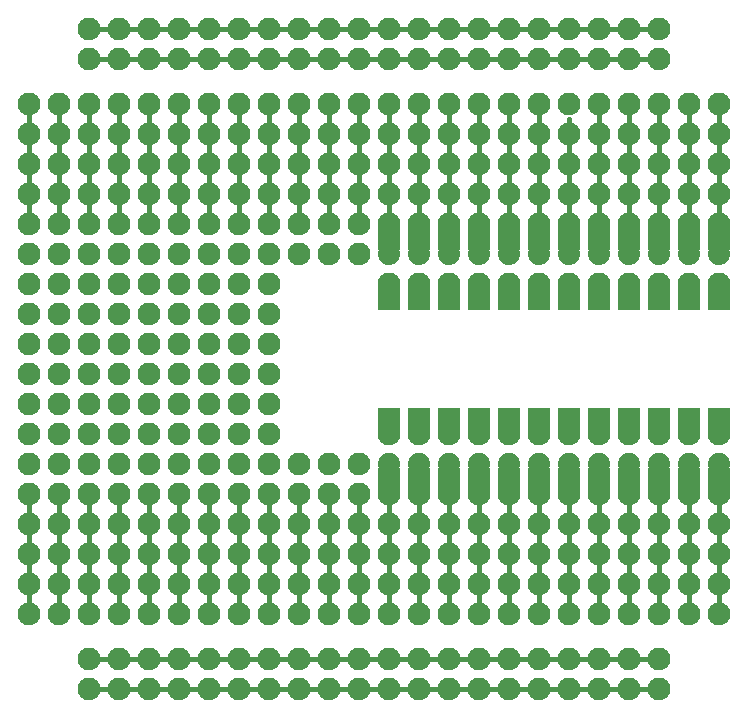
<source format=gbl>
G75*
%MOIN*%
%OFA0B0*%
%FSLAX25Y25*%
%IPPOS*%
%LPD*%
%AMOC8*
5,1,8,0,0,1.08239X$1,22.5*
%
%ADD10C,0.07400*%
%ADD11C,0.07600*%
%ADD12C,0.01600*%
%ADD13R,0.07600X0.07600*%
D10*
X0131167Y0086000D03*
X0141167Y0086000D03*
X0151167Y0086000D03*
X0161167Y0086000D03*
X0171167Y0086000D03*
X0181167Y0086000D03*
X0191167Y0086000D03*
X0201167Y0086000D03*
X0211167Y0086000D03*
X0221167Y0086000D03*
X0231167Y0086000D03*
X0241167Y0086000D03*
X0241167Y0156000D03*
X0231167Y0156000D03*
X0221167Y0156000D03*
X0211167Y0156000D03*
X0201167Y0156000D03*
X0191167Y0156000D03*
X0181167Y0156000D03*
X0171167Y0156000D03*
X0161167Y0156000D03*
X0151167Y0156000D03*
X0141167Y0156000D03*
X0131167Y0156000D03*
D11*
X0031167Y0011000D03*
X0041167Y0011000D03*
X0051167Y0011000D03*
X0061167Y0011000D03*
X0071167Y0011000D03*
X0081167Y0011000D03*
X0091167Y0011000D03*
X0101167Y0011000D03*
X0111167Y0011000D03*
X0121167Y0011000D03*
X0131167Y0011000D03*
X0141167Y0011000D03*
X0151167Y0011000D03*
X0161167Y0011000D03*
X0171167Y0011000D03*
X0181167Y0011000D03*
X0191167Y0011000D03*
X0201167Y0011000D03*
X0211167Y0011000D03*
X0221167Y0011000D03*
X0221167Y0021000D03*
X0211167Y0021000D03*
X0201167Y0021000D03*
X0191167Y0021000D03*
X0181167Y0021000D03*
X0171167Y0021000D03*
X0161167Y0021000D03*
X0151167Y0021000D03*
X0141167Y0021000D03*
X0131167Y0021000D03*
X0121167Y0021000D03*
X0111167Y0021000D03*
X0101167Y0021000D03*
X0091167Y0021000D03*
X0081167Y0021000D03*
X0071167Y0021000D03*
X0061167Y0021000D03*
X0051167Y0021000D03*
X0041167Y0021000D03*
X0031167Y0021000D03*
X0031167Y0036000D03*
X0021167Y0036000D03*
X0011167Y0036000D03*
X0011167Y0046000D03*
X0021167Y0046000D03*
X0031167Y0046000D03*
X0041167Y0046000D03*
X0051167Y0046000D03*
X0061167Y0046000D03*
X0071167Y0046000D03*
X0081167Y0046000D03*
X0091167Y0046000D03*
X0101167Y0046000D03*
X0111167Y0046000D03*
X0121167Y0046000D03*
X0131167Y0046000D03*
X0141167Y0046000D03*
X0151167Y0046000D03*
X0161167Y0046000D03*
X0171167Y0046000D03*
X0181167Y0046000D03*
X0191167Y0046000D03*
X0201167Y0046000D03*
X0211167Y0046000D03*
X0221167Y0046000D03*
X0231167Y0046000D03*
X0241167Y0046000D03*
X0241167Y0056000D03*
X0241167Y0066000D03*
X0241167Y0076000D03*
X0231167Y0076000D03*
X0221167Y0076000D03*
X0221167Y0066000D03*
X0231167Y0066000D03*
X0231167Y0056000D03*
X0221167Y0056000D03*
X0211167Y0056000D03*
X0211167Y0066000D03*
X0211167Y0076000D03*
X0201167Y0076000D03*
X0201167Y0066000D03*
X0201167Y0056000D03*
X0191167Y0056000D03*
X0191167Y0066000D03*
X0191167Y0076000D03*
X0181167Y0076000D03*
X0181167Y0076000D03*
X0171167Y0076000D03*
X0171167Y0066000D03*
X0181167Y0066000D03*
X0181167Y0056000D03*
X0171167Y0056000D03*
X0161167Y0056000D03*
X0161167Y0066000D03*
X0161167Y0076000D03*
X0151167Y0076000D03*
X0151167Y0066000D03*
X0151167Y0056000D03*
X0141167Y0056000D03*
X0141167Y0066000D03*
X0141167Y0076000D03*
X0131167Y0076000D03*
X0121167Y0076000D03*
X0121167Y0066000D03*
X0131167Y0066000D03*
X0131167Y0056000D03*
X0121167Y0056000D03*
X0111167Y0056000D03*
X0111167Y0066000D03*
X0111167Y0076000D03*
X0111167Y0086000D03*
X0121167Y0086000D03*
X0131167Y0096000D03*
X0141167Y0096000D03*
X0151167Y0096000D03*
X0161167Y0096000D03*
X0171167Y0096000D03*
X0181167Y0096000D03*
X0191167Y0096000D03*
X0201167Y0096000D03*
X0211167Y0096000D03*
X0221167Y0096000D03*
X0231167Y0096000D03*
X0241167Y0096000D03*
X0241167Y0146000D03*
X0231167Y0146000D03*
X0221167Y0146000D03*
X0211167Y0146000D03*
X0201167Y0146000D03*
X0191167Y0146000D03*
X0181167Y0146000D03*
X0171167Y0146000D03*
X0161167Y0146000D03*
X0151167Y0146000D03*
X0141167Y0146000D03*
X0131167Y0146000D03*
X0121167Y0156000D03*
X0121167Y0166000D03*
X0131167Y0166000D03*
X0141167Y0166000D03*
X0151167Y0166000D03*
X0161167Y0166000D03*
X0171167Y0166000D03*
X0181167Y0166000D03*
X0191167Y0166000D03*
X0201167Y0166000D03*
X0211167Y0166000D03*
X0221167Y0166000D03*
X0231167Y0166000D03*
X0241167Y0166000D03*
X0241167Y0176000D03*
X0241167Y0186000D03*
X0231167Y0186000D03*
X0221167Y0186000D03*
X0221167Y0176000D03*
X0231167Y0176000D03*
X0211167Y0176000D03*
X0211167Y0186000D03*
X0201167Y0186000D03*
X0201167Y0176000D03*
X0191167Y0176000D03*
X0191167Y0186000D03*
X0181167Y0186000D03*
X0171167Y0186000D03*
X0171167Y0176000D03*
X0181167Y0176000D03*
X0161167Y0176000D03*
X0161167Y0186000D03*
X0151167Y0186000D03*
X0151167Y0176000D03*
X0141167Y0176000D03*
X0141167Y0186000D03*
X0131167Y0186000D03*
X0121167Y0186000D03*
X0121167Y0176000D03*
X0131167Y0176000D03*
X0111167Y0176000D03*
X0111167Y0166000D03*
X0111167Y0156000D03*
X0101167Y0156000D03*
X0101167Y0166000D03*
X0101167Y0176000D03*
X0101167Y0186000D03*
X0111167Y0186000D03*
X0111167Y0196000D03*
X0121167Y0196000D03*
X0131167Y0196000D03*
X0141167Y0196000D03*
X0151167Y0196000D03*
X0161167Y0196000D03*
X0171167Y0196000D03*
X0181167Y0196000D03*
X0191167Y0196000D03*
X0201167Y0196000D03*
X0211167Y0196000D03*
X0221167Y0196000D03*
X0231167Y0196000D03*
X0241167Y0196000D03*
X0241167Y0206000D03*
X0231167Y0206000D03*
X0221167Y0206000D03*
X0211167Y0206000D03*
X0201167Y0206000D03*
X0191167Y0206000D03*
X0181167Y0206000D03*
X0171167Y0206000D03*
X0161167Y0206000D03*
X0151167Y0206000D03*
X0141167Y0206000D03*
X0131167Y0206000D03*
X0121167Y0206000D03*
X0111167Y0206000D03*
X0101167Y0206000D03*
X0101167Y0196000D03*
X0091167Y0196000D03*
X0091167Y0206000D03*
X0081167Y0206000D03*
X0071167Y0206000D03*
X0071167Y0196000D03*
X0081167Y0196000D03*
X0081167Y0186000D03*
X0071167Y0186000D03*
X0071167Y0176000D03*
X0081167Y0176000D03*
X0091167Y0176000D03*
X0091167Y0166000D03*
X0091167Y0156000D03*
X0091167Y0146000D03*
X0091167Y0136000D03*
X0091167Y0126000D03*
X0081167Y0126000D03*
X0071167Y0126000D03*
X0071167Y0136000D03*
X0081167Y0136000D03*
X0081167Y0146000D03*
X0071167Y0146000D03*
X0071167Y0156000D03*
X0081167Y0156000D03*
X0081167Y0166000D03*
X0071167Y0166000D03*
X0061167Y0166000D03*
X0061167Y0156000D03*
X0061167Y0146000D03*
X0061167Y0136000D03*
X0061167Y0126000D03*
X0051167Y0126000D03*
X0051167Y0136000D03*
X0051167Y0146000D03*
X0051167Y0156000D03*
X0051167Y0166000D03*
X0051167Y0176000D03*
X0061167Y0176000D03*
X0061167Y0186000D03*
X0051167Y0186000D03*
X0041167Y0186000D03*
X0041167Y0176000D03*
X0041167Y0166000D03*
X0041167Y0156000D03*
X0041167Y0146000D03*
X0041167Y0136000D03*
X0041167Y0126000D03*
X0031167Y0126000D03*
X0021167Y0126000D03*
X0021167Y0136000D03*
X0031167Y0136000D03*
X0031167Y0146000D03*
X0021167Y0146000D03*
X0021167Y0156000D03*
X0031167Y0156000D03*
X0031167Y0166000D03*
X0021167Y0166000D03*
X0021167Y0176000D03*
X0031167Y0176000D03*
X0031167Y0186000D03*
X0021167Y0186000D03*
X0011167Y0186000D03*
X0011167Y0176000D03*
X0011167Y0166000D03*
X0011167Y0156000D03*
X0011167Y0146000D03*
X0011167Y0136000D03*
X0011167Y0126000D03*
X0011167Y0116000D03*
X0021167Y0116000D03*
X0031167Y0116000D03*
X0041167Y0116000D03*
X0051167Y0116000D03*
X0061167Y0116000D03*
X0071167Y0116000D03*
X0081167Y0116000D03*
X0091167Y0116000D03*
X0091167Y0106000D03*
X0091167Y0096000D03*
X0091167Y0086000D03*
X0101167Y0086000D03*
X0101167Y0076000D03*
X0101167Y0066000D03*
X0101167Y0056000D03*
X0091167Y0056000D03*
X0091167Y0066000D03*
X0091167Y0076000D03*
X0081167Y0076000D03*
X0071167Y0076000D03*
X0071167Y0066000D03*
X0081167Y0066000D03*
X0081167Y0056000D03*
X0071167Y0056000D03*
X0061167Y0056000D03*
X0061167Y0066000D03*
X0061167Y0076000D03*
X0061167Y0086000D03*
X0071167Y0086000D03*
X0081167Y0086000D03*
X0081167Y0096000D03*
X0071167Y0096000D03*
X0071167Y0106000D03*
X0081167Y0106000D03*
X0061167Y0106000D03*
X0061167Y0096000D03*
X0051167Y0096000D03*
X0051167Y0086000D03*
X0051167Y0076000D03*
X0051167Y0066000D03*
X0051167Y0056000D03*
X0041167Y0056000D03*
X0041167Y0066000D03*
X0041167Y0076000D03*
X0041167Y0086000D03*
X0041167Y0096000D03*
X0041167Y0106000D03*
X0051167Y0106000D03*
X0031167Y0106000D03*
X0021167Y0106000D03*
X0021167Y0096000D03*
X0031167Y0096000D03*
X0031167Y0086000D03*
X0021167Y0086000D03*
X0021167Y0076000D03*
X0031167Y0076000D03*
X0031167Y0066000D03*
X0021167Y0066000D03*
X0021167Y0056000D03*
X0031167Y0056000D03*
X0011167Y0056000D03*
X0011167Y0066000D03*
X0011167Y0076000D03*
X0011167Y0086000D03*
X0011167Y0096000D03*
X0011167Y0106000D03*
X0041167Y0036000D03*
X0051167Y0036000D03*
X0061167Y0036000D03*
X0071167Y0036000D03*
X0081167Y0036000D03*
X0091167Y0036000D03*
X0101167Y0036000D03*
X0111167Y0036000D03*
X0121167Y0036000D03*
X0131167Y0036000D03*
X0141167Y0036000D03*
X0151167Y0036000D03*
X0161167Y0036000D03*
X0171167Y0036000D03*
X0181167Y0036000D03*
X0191167Y0036000D03*
X0201167Y0036000D03*
X0211167Y0036000D03*
X0221167Y0036000D03*
X0231167Y0036000D03*
X0241167Y0036000D03*
X0091167Y0186000D03*
X0061167Y0196000D03*
X0061167Y0206000D03*
X0051167Y0206000D03*
X0051167Y0196000D03*
X0041167Y0196000D03*
X0041167Y0206000D03*
X0031167Y0206000D03*
X0021167Y0206000D03*
X0021167Y0196000D03*
X0031167Y0196000D03*
X0011167Y0196000D03*
X0011167Y0206000D03*
X0031167Y0221000D03*
X0041167Y0221000D03*
X0051167Y0221000D03*
X0061167Y0221000D03*
X0071167Y0221000D03*
X0081167Y0221000D03*
X0091167Y0221000D03*
X0101167Y0221000D03*
X0111167Y0221000D03*
X0121167Y0221000D03*
X0131167Y0221000D03*
X0141167Y0221000D03*
X0151167Y0221000D03*
X0161167Y0221000D03*
X0171167Y0221000D03*
X0181167Y0221000D03*
X0191167Y0221000D03*
X0201167Y0221000D03*
X0211167Y0221000D03*
X0221167Y0221000D03*
X0221167Y0231000D03*
X0211167Y0231000D03*
X0201167Y0231000D03*
X0191167Y0231000D03*
X0181167Y0231000D03*
X0171167Y0231000D03*
X0161167Y0231000D03*
X0151167Y0231000D03*
X0141167Y0231000D03*
X0131167Y0231000D03*
X0121167Y0231000D03*
X0111167Y0231000D03*
X0101167Y0231000D03*
X0091167Y0231000D03*
X0081167Y0231000D03*
X0071167Y0231000D03*
X0061167Y0231000D03*
X0051167Y0231000D03*
X0041167Y0231000D03*
X0031167Y0231000D03*
D12*
X0041167Y0231000D01*
X0051167Y0231000D01*
X0061167Y0231000D01*
X0071167Y0231000D01*
X0081167Y0231000D01*
X0091167Y0231000D01*
X0101167Y0231000D01*
X0111167Y0231000D01*
X0121167Y0231000D01*
X0131167Y0231000D01*
X0141167Y0231000D01*
X0151167Y0231000D01*
X0171167Y0231000D01*
X0181167Y0231000D01*
X0191167Y0231000D01*
X0201167Y0231000D01*
X0211167Y0231000D01*
X0221167Y0231000D01*
X0221167Y0221000D02*
X0211167Y0221000D01*
X0201167Y0221000D01*
X0191167Y0221000D01*
X0181167Y0221000D01*
X0171167Y0221000D01*
X0161167Y0221000D01*
X0151167Y0221000D01*
X0141167Y0221000D01*
X0131167Y0221000D01*
X0121167Y0221000D01*
X0111167Y0221000D01*
X0101167Y0221000D01*
X0091167Y0221000D01*
X0081167Y0221000D01*
X0071167Y0221000D01*
X0061167Y0221000D01*
X0051167Y0221000D01*
X0041167Y0221000D01*
X0031167Y0221000D01*
X0031167Y0206000D02*
X0031167Y0196000D01*
X0031167Y0186000D01*
X0031167Y0176000D01*
X0031167Y0166000D01*
X0021167Y0166000D02*
X0021167Y0176000D01*
X0021167Y0186000D01*
X0021167Y0196000D01*
X0021167Y0206000D01*
X0011167Y0206000D02*
X0011167Y0196000D01*
X0011167Y0186000D01*
X0011167Y0176000D01*
X0011167Y0166000D01*
X0041167Y0166000D02*
X0041167Y0176000D01*
X0041167Y0186000D01*
X0041167Y0196000D01*
X0041167Y0206000D01*
X0051167Y0206000D02*
X0051167Y0196000D01*
X0051167Y0186000D01*
X0051167Y0176000D01*
X0051167Y0166000D01*
X0061167Y0166000D02*
X0061167Y0176000D01*
X0061167Y0186000D01*
X0061167Y0206000D01*
X0071167Y0206000D02*
X0071167Y0196000D01*
X0071167Y0186000D01*
X0071167Y0176000D01*
X0071167Y0166000D01*
X0081167Y0166000D02*
X0081167Y0176000D01*
X0081167Y0186000D01*
X0081167Y0196000D01*
X0081167Y0206000D01*
X0091167Y0206000D02*
X0091167Y0196000D01*
X0091167Y0186000D01*
X0091167Y0176000D01*
X0091167Y0166000D01*
X0101167Y0166000D02*
X0101167Y0176000D01*
X0101167Y0186000D01*
X0101167Y0196000D01*
X0101167Y0206000D01*
X0111167Y0206000D02*
X0111167Y0196000D01*
X0111167Y0186000D01*
X0111167Y0176000D01*
X0111167Y0166000D01*
X0121167Y0166000D02*
X0121167Y0176000D01*
X0121167Y0186000D01*
X0121167Y0206000D01*
X0131167Y0206000D02*
X0131167Y0196000D01*
X0131167Y0186000D01*
X0131167Y0176000D01*
X0131167Y0166000D01*
X0141167Y0166000D02*
X0141167Y0176000D01*
X0141167Y0186000D01*
X0141167Y0196000D01*
X0141167Y0206000D01*
X0151167Y0206000D02*
X0151167Y0196000D01*
X0151167Y0186000D01*
X0151167Y0176000D01*
X0151167Y0166000D01*
X0161167Y0166000D02*
X0161167Y0176000D01*
X0161167Y0186000D01*
X0161167Y0196000D01*
X0161167Y0206000D01*
X0171167Y0206000D02*
X0171167Y0196000D01*
X0171167Y0186000D01*
X0171167Y0176000D01*
X0171167Y0166000D01*
X0181167Y0166000D02*
X0181167Y0186000D01*
X0181167Y0196000D01*
X0181167Y0206000D01*
X0191167Y0201000D02*
X0191167Y0196000D01*
X0191167Y0186000D01*
X0191167Y0176000D01*
X0191167Y0166000D01*
X0201167Y0166000D02*
X0201167Y0176000D01*
X0201167Y0186000D01*
X0201167Y0196000D01*
X0201167Y0206000D01*
X0211167Y0206000D02*
X0211167Y0196000D01*
X0211167Y0186000D01*
X0211167Y0176000D01*
X0211167Y0166000D01*
X0221167Y0166000D02*
X0221167Y0176000D01*
X0221167Y0186000D01*
X0221167Y0196000D01*
X0221167Y0206000D01*
X0231167Y0206000D02*
X0231167Y0196000D01*
X0231167Y0186000D01*
X0231167Y0176000D01*
X0231167Y0166000D01*
X0241167Y0166000D02*
X0241167Y0176000D01*
X0241167Y0186000D01*
X0241167Y0196000D01*
X0241167Y0206000D01*
X0241167Y0076000D02*
X0241167Y0066000D01*
X0241167Y0056000D01*
X0241167Y0046000D01*
X0241167Y0036000D01*
X0231167Y0036000D02*
X0231167Y0046000D01*
X0231167Y0056000D01*
X0231167Y0066000D01*
X0231167Y0076000D01*
X0221167Y0076000D02*
X0221167Y0066000D01*
X0221167Y0056000D01*
X0221167Y0046000D01*
X0221167Y0036000D01*
X0211167Y0036000D02*
X0211167Y0046000D01*
X0211167Y0056000D01*
X0211167Y0066000D01*
X0211167Y0076000D01*
X0201167Y0076000D02*
X0201167Y0066000D01*
X0201167Y0056000D01*
X0201167Y0046000D01*
X0201167Y0036000D01*
X0191167Y0036000D02*
X0191167Y0046000D01*
X0191167Y0056000D01*
X0191167Y0066000D01*
X0191167Y0076000D01*
X0181167Y0076000D02*
X0181167Y0066000D01*
X0181167Y0056000D01*
X0181167Y0046000D01*
X0181167Y0036000D01*
X0171167Y0036000D02*
X0171167Y0046000D01*
X0171167Y0056000D01*
X0171167Y0066000D01*
X0171167Y0076000D01*
X0161167Y0076000D02*
X0161167Y0066000D01*
X0161167Y0056000D01*
X0161167Y0046000D01*
X0161167Y0036000D01*
X0151167Y0036000D02*
X0151167Y0046000D01*
X0151167Y0056000D01*
X0151167Y0066000D01*
X0151167Y0076000D01*
X0141167Y0076000D02*
X0141167Y0066000D01*
X0141167Y0056000D01*
X0141167Y0046000D01*
X0141167Y0036000D01*
X0131167Y0036000D02*
X0131167Y0046000D01*
X0131167Y0056000D01*
X0131167Y0066000D01*
X0131167Y0076000D01*
X0121167Y0076000D02*
X0121167Y0066000D01*
X0121167Y0056000D01*
X0121167Y0046000D01*
X0121167Y0036000D01*
X0111167Y0036000D02*
X0111167Y0046000D01*
X0111167Y0056000D01*
X0111167Y0066000D01*
X0111167Y0076000D01*
X0101167Y0076000D02*
X0101167Y0066000D01*
X0101167Y0056000D01*
X0101167Y0046000D01*
X0101167Y0036000D01*
X0091167Y0036000D02*
X0091167Y0046000D01*
X0091167Y0056000D01*
X0091167Y0076000D01*
X0081167Y0076000D02*
X0081167Y0066000D01*
X0081167Y0046000D01*
X0081167Y0036000D01*
X0071167Y0036000D02*
X0071167Y0046000D01*
X0071167Y0056000D01*
X0071167Y0066000D01*
X0071167Y0076000D01*
X0061167Y0076000D02*
X0061167Y0066000D01*
X0061167Y0056000D01*
X0061167Y0046000D01*
X0061167Y0036000D01*
X0051167Y0036000D02*
X0051167Y0046000D01*
X0051167Y0056000D01*
X0051167Y0066000D01*
X0051167Y0076000D01*
X0041167Y0076000D02*
X0041167Y0066000D01*
X0041167Y0056000D01*
X0041167Y0046000D01*
X0041167Y0036000D01*
X0031167Y0036000D02*
X0031167Y0046000D01*
X0031167Y0056000D01*
X0031167Y0076000D01*
X0021167Y0076000D02*
X0021167Y0066000D01*
X0021167Y0046000D01*
X0021167Y0036000D01*
X0011167Y0036000D02*
X0011167Y0046000D01*
X0011167Y0056000D01*
X0011167Y0066000D01*
X0011167Y0076000D01*
X0031167Y0021000D02*
X0041167Y0021000D01*
X0051167Y0021000D01*
X0061167Y0021000D01*
X0071167Y0021000D01*
X0081167Y0021000D01*
X0091167Y0021000D01*
X0101167Y0021000D01*
X0111167Y0021000D01*
X0121167Y0021000D01*
X0131167Y0021000D01*
X0141167Y0021000D01*
X0151167Y0021000D01*
X0171167Y0021000D01*
X0181167Y0021000D01*
X0191167Y0021000D01*
X0201167Y0021000D01*
X0211167Y0021000D01*
X0221167Y0021000D01*
X0221167Y0011000D02*
X0211167Y0011000D01*
X0201167Y0011000D01*
X0191167Y0011000D01*
X0181167Y0011000D01*
X0171167Y0011000D01*
X0161167Y0011000D01*
X0151167Y0011000D01*
X0141167Y0011000D01*
X0131167Y0011000D01*
X0121167Y0011000D01*
X0111167Y0011000D01*
X0101167Y0011000D01*
X0091167Y0011000D01*
X0081167Y0011000D01*
X0071167Y0011000D01*
X0061167Y0011000D01*
X0051167Y0011000D01*
X0041167Y0011000D01*
X0031167Y0011000D01*
D13*
X0131167Y0081000D03*
X0141167Y0081000D03*
X0151167Y0081000D03*
X0161167Y0081000D03*
X0171167Y0081000D03*
X0181167Y0081000D03*
X0191167Y0081000D03*
X0201167Y0081000D03*
X0211167Y0081000D03*
X0221167Y0081000D03*
X0231167Y0081000D03*
X0241167Y0081000D03*
X0241167Y0101000D03*
X0231167Y0101000D03*
X0221167Y0101000D03*
X0211167Y0101000D03*
X0201167Y0101000D03*
X0191167Y0101000D03*
X0181167Y0101000D03*
X0171167Y0101000D03*
X0161167Y0101000D03*
X0151167Y0101000D03*
X0141167Y0101000D03*
X0131167Y0101000D03*
X0131167Y0141000D03*
X0141167Y0141000D03*
X0151167Y0141000D03*
X0161167Y0141000D03*
X0171167Y0141000D03*
X0181167Y0141000D03*
X0191167Y0141000D03*
X0201167Y0141000D03*
X0211167Y0141000D03*
X0221167Y0141000D03*
X0231167Y0141000D03*
X0241167Y0141000D03*
X0241167Y0161000D03*
X0231167Y0161000D03*
X0221167Y0161000D03*
X0211167Y0161000D03*
X0201167Y0161000D03*
X0191167Y0161000D03*
X0181167Y0161000D03*
X0171167Y0161000D03*
X0161167Y0161000D03*
X0151167Y0161000D03*
X0141167Y0161000D03*
X0131167Y0161000D03*
M02*

</source>
